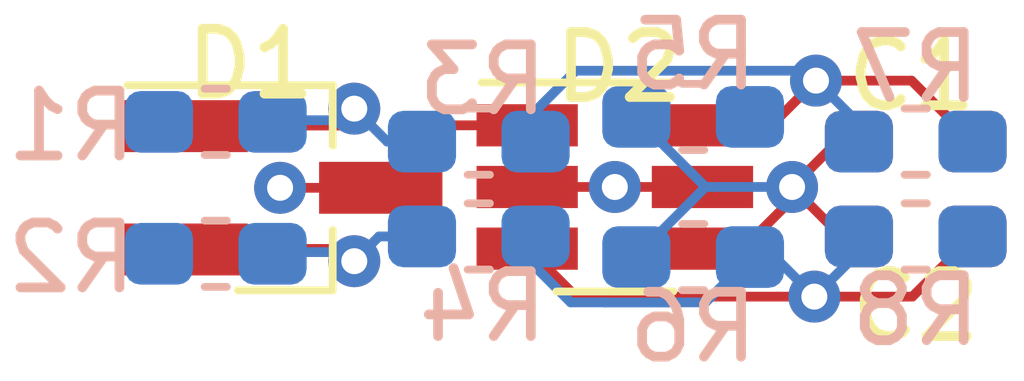
<source format=kicad_pcb>
(kicad_pcb (version 20171130) (host pcbnew 5.1.6)

  (general
    (thickness 1.6)
    (drawings 6)
    (tracks 69)
    (zones 0)
    (modules 12)
    (nets 11)
  )

  (page A4)
  (layers
    (0 F.Cu signal)
    (31 B.Cu signal)
    (32 B.Adhes user hide)
    (33 F.Adhes user hide)
    (34 B.Paste user hide)
    (35 F.Paste user hide)
    (36 B.SilkS user)
    (37 F.SilkS user hide)
    (38 B.Mask user hide)
    (39 F.Mask user hide)
    (40 Dwgs.User user hide)
    (41 Cmts.User user hide)
    (42 Eco1.User user hide)
    (43 Eco2.User user hide)
    (44 Edge.Cuts user hide)
    (45 Margin user hide)
    (46 B.CrtYd user)
    (47 F.CrtYd user)
    (48 B.Fab user hide)
    (49 F.Fab user hide)
  )

  (setup
    (last_trace_width 0.15)
    (user_trace_width 0.15)
    (user_trace_width 0.2)
    (user_trace_width 0.3)
    (user_trace_width 0.5)
    (trace_clearance 0.15)
    (zone_clearance 0.508)
    (zone_45_only no)
    (trace_min 0.15)
    (via_size 0.5)
    (via_drill 0.2)
    (via_min_size 0.4)
    (via_min_drill 0.2)
    (user_via 0.5 0.2)
    (user_via 0.6 0.3)
    (uvia_size 0.3)
    (uvia_drill 0.1)
    (uvias_allowed no)
    (uvia_min_size 0.2)
    (uvia_min_drill 0.1)
    (edge_width 0.05)
    (segment_width 0.2)
    (pcb_text_width 0.3)
    (pcb_text_size 1.5 1.5)
    (mod_edge_width 0.12)
    (mod_text_size 1 1)
    (mod_text_width 0.15)
    (pad_size 1.524 1.524)
    (pad_drill 0.762)
    (pad_to_mask_clearance 0.051)
    (solder_mask_min_width 0.25)
    (aux_axis_origin 0 0)
    (visible_elements FFFFFF7F)
    (pcbplotparams
      (layerselection 0x010fc_ffffffff)
      (usegerberextensions false)
      (usegerberattributes false)
      (usegerberadvancedattributes false)
      (creategerberjobfile false)
      (excludeedgelayer true)
      (linewidth 0.100000)
      (plotframeref false)
      (viasonmask false)
      (mode 1)
      (useauxorigin false)
      (hpglpennumber 1)
      (hpglpenspeed 20)
      (hpglpendiameter 15.000000)
      (psnegative false)
      (psa4output false)
      (plotreference true)
      (plotvalue true)
      (plotinvisibletext false)
      (padsonsilk false)
      (subtractmaskfromsilk false)
      (outputformat 1)
      (mirror false)
      (drillshape 1)
      (scaleselection 1)
      (outputdirectory ""))
  )

  (net 0 "")
  (net 1 GND)
  (net 2 "Net-(C1-Pad1)")
  (net 3 "Net-(C2-Pad1)")
  (net 4 "Net-(D1-Pad2)")
  (net 5 "Net-(D1-Pad1)")
  (net 6 /DSI1/VIO)
  (net 7 /DSI1/IN1)
  (net 8 /DSI1/IN2)
  (net 9 /DSI1/OUT1)
  (net 10 /DSI1/OUT2)

  (net_class Default "This is the default net class."
    (clearance 0.15)
    (trace_width 0.15)
    (via_dia 0.5)
    (via_drill 0.2)
    (uvia_dia 0.3)
    (uvia_drill 0.1)
    (add_net /DSI1/IN1)
    (add_net /DSI1/IN2)
    (add_net /DSI1/OUT1)
    (add_net /DSI1/OUT2)
    (add_net /DSI1/VIO)
    (add_net GND)
    (add_net "Net-(C1-Pad1)")
    (add_net "Net-(C2-Pad1)")
    (add_net "Net-(D1-Pad1)")
    (add_net "Net-(D1-Pad2)")
  )

  (module Resistor_SMD:R_0603_1608Metric_Pad1.05x0.95mm_HandSolder (layer B.Cu) (tedit 5B301BBD) (tstamp 5E9370A0)
    (at 118.3005 59.6265 180)
    (descr "Resistor SMD 0603 (1608 Metric), square (rectangular) end terminal, IPC_7351 nominal with elongated pad for handsoldering. (Body size source: http://www.tortai-tech.com/upload/download/2011102023233369053.pdf), generated with kicad-footprint-generator")
    (tags "resistor handsolder")
    (path /5E93A753/5D103A02)
    (attr smd)
    (fp_text reference R8 (at 0 -1.143 180) (layer B.SilkS)
      (effects (font (size 1 1) (thickness 0.15)) (justify mirror))
    )
    (fp_text value 1k (at 0 -1.43 180) (layer B.Fab)
      (effects (font (size 1 1) (thickness 0.15)) (justify mirror))
    )
    (fp_line (start 1.65 -0.73) (end -1.65 -0.73) (layer B.CrtYd) (width 0.05))
    (fp_line (start 1.65 0.73) (end 1.65 -0.73) (layer B.CrtYd) (width 0.05))
    (fp_line (start -1.65 0.73) (end 1.65 0.73) (layer B.CrtYd) (width 0.05))
    (fp_line (start -1.65 -0.73) (end -1.65 0.73) (layer B.CrtYd) (width 0.05))
    (fp_line (start -0.171267 -0.51) (end 0.171267 -0.51) (layer B.SilkS) (width 0.12))
    (fp_line (start -0.171267 0.51) (end 0.171267 0.51) (layer B.SilkS) (width 0.12))
    (fp_line (start 0.8 -0.4) (end -0.8 -0.4) (layer B.Fab) (width 0.1))
    (fp_line (start 0.8 0.4) (end 0.8 -0.4) (layer B.Fab) (width 0.1))
    (fp_line (start -0.8 0.4) (end 0.8 0.4) (layer B.Fab) (width 0.1))
    (fp_line (start -0.8 -0.4) (end -0.8 0.4) (layer B.Fab) (width 0.1))
    (fp_text user %R (at 0 0 180) (layer B.Fab)
      (effects (font (size 0.4 0.4) (thickness 0.06)) (justify mirror))
    )
    (pad 2 smd roundrect (at 0.875 0 180) (size 1.05 0.95) (layers B.Cu B.Paste B.Mask) (roundrect_rratio 0.25)
      (net 3 "Net-(C2-Pad1)"))
    (pad 1 smd roundrect (at -0.875 0 180) (size 1.05 0.95) (layers B.Cu B.Paste B.Mask) (roundrect_rratio 0.25)
      (net 10 /DSI1/OUT2))
    (model ${KISYS3DMOD}/Resistor_SMD.3dshapes/R_0603_1608Metric.wrl
      (at (xyz 0 0 0))
      (scale (xyz 1 1 1))
      (rotate (xyz 0 0 0))
    )
  )

  (module Resistor_SMD:R_0603_1608Metric_Pad1.05x0.95mm_HandSolder (layer B.Cu) (tedit 5B301BBD) (tstamp 5E93708F)
    (at 118.3005 58.166 180)
    (descr "Resistor SMD 0603 (1608 Metric), square (rectangular) end terminal, IPC_7351 nominal with elongated pad for handsoldering. (Body size source: http://www.tortai-tech.com/upload/download/2011102023233369053.pdf), generated with kicad-footprint-generator")
    (tags "resistor handsolder")
    (path /5E93A753/5D0FFECA)
    (attr smd)
    (fp_text reference R7 (at 0 1.143) (layer B.SilkS)
      (effects (font (size 1 1) (thickness 0.15)) (justify mirror))
    )
    (fp_text value 1k (at 0 -1.43) (layer B.Fab)
      (effects (font (size 1 1) (thickness 0.15)) (justify mirror))
    )
    (fp_line (start 1.65 -0.73) (end -1.65 -0.73) (layer B.CrtYd) (width 0.05))
    (fp_line (start 1.65 0.73) (end 1.65 -0.73) (layer B.CrtYd) (width 0.05))
    (fp_line (start -1.65 0.73) (end 1.65 0.73) (layer B.CrtYd) (width 0.05))
    (fp_line (start -1.65 -0.73) (end -1.65 0.73) (layer B.CrtYd) (width 0.05))
    (fp_line (start -0.171267 -0.51) (end 0.171267 -0.51) (layer B.SilkS) (width 0.12))
    (fp_line (start -0.171267 0.51) (end 0.171267 0.51) (layer B.SilkS) (width 0.12))
    (fp_line (start 0.8 -0.4) (end -0.8 -0.4) (layer B.Fab) (width 0.1))
    (fp_line (start 0.8 0.4) (end 0.8 -0.4) (layer B.Fab) (width 0.1))
    (fp_line (start -0.8 0.4) (end 0.8 0.4) (layer B.Fab) (width 0.1))
    (fp_line (start -0.8 -0.4) (end -0.8 0.4) (layer B.Fab) (width 0.1))
    (fp_text user %R (at 0 0) (layer B.Fab)
      (effects (font (size 0.4 0.4) (thickness 0.06)) (justify mirror))
    )
    (pad 2 smd roundrect (at 0.875 0 180) (size 1.05 0.95) (layers B.Cu B.Paste B.Mask) (roundrect_rratio 0.25)
      (net 2 "Net-(C1-Pad1)"))
    (pad 1 smd roundrect (at -0.875 0 180) (size 1.05 0.95) (layers B.Cu B.Paste B.Mask) (roundrect_rratio 0.25)
      (net 9 /DSI1/OUT1))
    (model ${KISYS3DMOD}/Resistor_SMD.3dshapes/R_0603_1608Metric.wrl
      (at (xyz 0 0 0))
      (scale (xyz 1 1 1))
      (rotate (xyz 0 0 0))
    )
  )

  (module Resistor_SMD:R_0603_1608Metric_Pad1.05x0.95mm_HandSolder (layer B.Cu) (tedit 5B301BBD) (tstamp 5E9382A6)
    (at 114.8715 59.944 180)
    (descr "Resistor SMD 0603 (1608 Metric), square (rectangular) end terminal, IPC_7351 nominal with elongated pad for handsoldering. (Body size source: http://www.tortai-tech.com/upload/download/2011102023233369053.pdf), generated with kicad-footprint-generator")
    (tags "resistor handsolder")
    (path /5E93A753/5D1039ED)
    (attr smd)
    (fp_text reference R6 (at 0 -1.0795) (layer B.SilkS)
      (effects (font (size 1 1) (thickness 0.15)) (justify mirror))
    )
    (fp_text value 3.9k (at 0 -1.43) (layer B.Fab)
      (effects (font (size 1 1) (thickness 0.15)) (justify mirror))
    )
    (fp_line (start 1.65 -0.73) (end -1.65 -0.73) (layer B.CrtYd) (width 0.05))
    (fp_line (start 1.65 0.73) (end 1.65 -0.73) (layer B.CrtYd) (width 0.05))
    (fp_line (start -1.65 0.73) (end 1.65 0.73) (layer B.CrtYd) (width 0.05))
    (fp_line (start -1.65 -0.73) (end -1.65 0.73) (layer B.CrtYd) (width 0.05))
    (fp_line (start -0.171267 -0.51) (end 0.171267 -0.51) (layer B.SilkS) (width 0.12))
    (fp_line (start -0.171267 0.51) (end 0.171267 0.51) (layer B.SilkS) (width 0.12))
    (fp_line (start 0.8 -0.4) (end -0.8 -0.4) (layer B.Fab) (width 0.1))
    (fp_line (start 0.8 0.4) (end 0.8 -0.4) (layer B.Fab) (width 0.1))
    (fp_line (start -0.8 0.4) (end 0.8 0.4) (layer B.Fab) (width 0.1))
    (fp_line (start -0.8 -0.4) (end -0.8 0.4) (layer B.Fab) (width 0.1))
    (fp_text user %R (at 0 0) (layer B.Fab)
      (effects (font (size 0.4 0.4) (thickness 0.06)) (justify mirror))
    )
    (pad 2 smd roundrect (at 0.875 0 180) (size 1.05 0.95) (layers B.Cu B.Paste B.Mask) (roundrect_rratio 0.25)
      (net 1 GND))
    (pad 1 smd roundrect (at -0.875 0 180) (size 1.05 0.95) (layers B.Cu B.Paste B.Mask) (roundrect_rratio 0.25)
      (net 3 "Net-(C2-Pad1)"))
    (model ${KISYS3DMOD}/Resistor_SMD.3dshapes/R_0603_1608Metric.wrl
      (at (xyz 0 0 0))
      (scale (xyz 1 1 1))
      (rotate (xyz 0 0 0))
    )
  )

  (module Resistor_SMD:R_0603_1608Metric_Pad1.05x0.95mm_HandSolder (layer B.Cu) (tedit 5B301BBD) (tstamp 5E93706D)
    (at 114.8715 57.785 180)
    (descr "Resistor SMD 0603 (1608 Metric), square (rectangular) end terminal, IPC_7351 nominal with elongated pad for handsoldering. (Body size source: http://www.tortai-tech.com/upload/download/2011102023233369053.pdf), generated with kicad-footprint-generator")
    (tags "resistor handsolder")
    (path /5E93A753/5D0FFD41)
    (attr smd)
    (fp_text reference R5 (at 0 0.9525) (layer B.SilkS)
      (effects (font (size 1 1) (thickness 0.15)) (justify mirror))
    )
    (fp_text value 3.9k (at 0 -1.43) (layer B.Fab)
      (effects (font (size 1 1) (thickness 0.15)) (justify mirror))
    )
    (fp_line (start 1.65 -0.73) (end -1.65 -0.73) (layer B.CrtYd) (width 0.05))
    (fp_line (start 1.65 0.73) (end 1.65 -0.73) (layer B.CrtYd) (width 0.05))
    (fp_line (start -1.65 0.73) (end 1.65 0.73) (layer B.CrtYd) (width 0.05))
    (fp_line (start -1.65 -0.73) (end -1.65 0.73) (layer B.CrtYd) (width 0.05))
    (fp_line (start -0.171267 -0.51) (end 0.171267 -0.51) (layer B.SilkS) (width 0.12))
    (fp_line (start -0.171267 0.51) (end 0.171267 0.51) (layer B.SilkS) (width 0.12))
    (fp_line (start 0.8 -0.4) (end -0.8 -0.4) (layer B.Fab) (width 0.1))
    (fp_line (start 0.8 0.4) (end 0.8 -0.4) (layer B.Fab) (width 0.1))
    (fp_line (start -0.8 0.4) (end 0.8 0.4) (layer B.Fab) (width 0.1))
    (fp_line (start -0.8 -0.4) (end -0.8 0.4) (layer B.Fab) (width 0.1))
    (fp_text user %R (at 0 0) (layer B.Fab)
      (effects (font (size 0.4 0.4) (thickness 0.06)) (justify mirror))
    )
    (pad 2 smd roundrect (at 0.875 0 180) (size 1.05 0.95) (layers B.Cu B.Paste B.Mask) (roundrect_rratio 0.25)
      (net 1 GND))
    (pad 1 smd roundrect (at -0.875 0 180) (size 1.05 0.95) (layers B.Cu B.Paste B.Mask) (roundrect_rratio 0.25)
      (net 2 "Net-(C1-Pad1)"))
    (model ${KISYS3DMOD}/Resistor_SMD.3dshapes/R_0603_1608Metric.wrl
      (at (xyz 0 0 0))
      (scale (xyz 1 1 1))
      (rotate (xyz 0 0 0))
    )
  )

  (module Resistor_SMD:R_0603_1608Metric_Pad1.05x0.95mm_HandSolder (layer B.Cu) (tedit 5B301BBD) (tstamp 5E93705C)
    (at 111.5695 59.6265 180)
    (descr "Resistor SMD 0603 (1608 Metric), square (rectangular) end terminal, IPC_7351 nominal with elongated pad for handsoldering. (Body size source: http://www.tortai-tech.com/upload/download/2011102023233369053.pdf), generated with kicad-footprint-generator")
    (tags "resistor handsolder")
    (path /5E93A753/5D1039FB)
    (attr smd)
    (fp_text reference R4 (at -0.0635 -1.0795) (layer B.SilkS)
      (effects (font (size 1 1) (thickness 0.15)) (justify mirror))
    )
    (fp_text value 10k (at 0 -1.43) (layer B.Fab)
      (effects (font (size 1 1) (thickness 0.15)) (justify mirror))
    )
    (fp_line (start 1.65 -0.73) (end -1.65 -0.73) (layer B.CrtYd) (width 0.05))
    (fp_line (start 1.65 0.73) (end 1.65 -0.73) (layer B.CrtYd) (width 0.05))
    (fp_line (start -1.65 0.73) (end 1.65 0.73) (layer B.CrtYd) (width 0.05))
    (fp_line (start -1.65 -0.73) (end -1.65 0.73) (layer B.CrtYd) (width 0.05))
    (fp_line (start -0.171267 -0.51) (end 0.171267 -0.51) (layer B.SilkS) (width 0.12))
    (fp_line (start -0.171267 0.51) (end 0.171267 0.51) (layer B.SilkS) (width 0.12))
    (fp_line (start 0.8 -0.4) (end -0.8 -0.4) (layer B.Fab) (width 0.1))
    (fp_line (start 0.8 0.4) (end 0.8 -0.4) (layer B.Fab) (width 0.1))
    (fp_line (start -0.8 0.4) (end 0.8 0.4) (layer B.Fab) (width 0.1))
    (fp_line (start -0.8 -0.4) (end -0.8 0.4) (layer B.Fab) (width 0.1))
    (fp_text user %R (at 0 0) (layer B.Fab)
      (effects (font (size 0.4 0.4) (thickness 0.06)) (justify mirror))
    )
    (pad 2 smd roundrect (at 0.875 0 180) (size 1.05 0.95) (layers B.Cu B.Paste B.Mask) (roundrect_rratio 0.25)
      (net 4 "Net-(D1-Pad2)"))
    (pad 1 smd roundrect (at -0.875 0 180) (size 1.05 0.95) (layers B.Cu B.Paste B.Mask) (roundrect_rratio 0.25)
      (net 3 "Net-(C2-Pad1)"))
    (model ${KISYS3DMOD}/Resistor_SMD.3dshapes/R_0603_1608Metric.wrl
      (at (xyz 0 0 0))
      (scale (xyz 1 1 1))
      (rotate (xyz 0 0 0))
    )
  )

  (module Resistor_SMD:R_0603_1608Metric_Pad1.05x0.95mm_HandSolder (layer B.Cu) (tedit 5B301BBD) (tstamp 5E9375E9)
    (at 111.5695 58.166 180)
    (descr "Resistor SMD 0603 (1608 Metric), square (rectangular) end terminal, IPC_7351 nominal with elongated pad for handsoldering. (Body size source: http://www.tortai-tech.com/upload/download/2011102023233369053.pdf), generated with kicad-footprint-generator")
    (tags "resistor handsolder")
    (path /5E93A753/5D0FFE42)
    (attr smd)
    (fp_text reference R3 (at -0.0635 0.9525) (layer B.SilkS)
      (effects (font (size 1 1) (thickness 0.15)) (justify mirror))
    )
    (fp_text value 10k (at 0 -1.43) (layer B.Fab)
      (effects (font (size 1 1) (thickness 0.15)) (justify mirror))
    )
    (fp_line (start 1.65 -0.73) (end -1.65 -0.73) (layer B.CrtYd) (width 0.05))
    (fp_line (start 1.65 0.73) (end 1.65 -0.73) (layer B.CrtYd) (width 0.05))
    (fp_line (start -1.65 0.73) (end 1.65 0.73) (layer B.CrtYd) (width 0.05))
    (fp_line (start -1.65 -0.73) (end -1.65 0.73) (layer B.CrtYd) (width 0.05))
    (fp_line (start -0.171267 -0.51) (end 0.171267 -0.51) (layer B.SilkS) (width 0.12))
    (fp_line (start -0.171267 0.51) (end 0.171267 0.51) (layer B.SilkS) (width 0.12))
    (fp_line (start 0.8 -0.4) (end -0.8 -0.4) (layer B.Fab) (width 0.1))
    (fp_line (start 0.8 0.4) (end 0.8 -0.4) (layer B.Fab) (width 0.1))
    (fp_line (start -0.8 0.4) (end 0.8 0.4) (layer B.Fab) (width 0.1))
    (fp_line (start -0.8 -0.4) (end -0.8 0.4) (layer B.Fab) (width 0.1))
    (fp_text user %R (at 0 0) (layer B.Fab)
      (effects (font (size 0.4 0.4) (thickness 0.06)) (justify mirror))
    )
    (pad 2 smd roundrect (at 0.875 0 180) (size 1.05 0.95) (layers B.Cu B.Paste B.Mask) (roundrect_rratio 0.25)
      (net 5 "Net-(D1-Pad1)"))
    (pad 1 smd roundrect (at -0.875 0 180) (size 1.05 0.95) (layers B.Cu B.Paste B.Mask) (roundrect_rratio 0.25)
      (net 2 "Net-(C1-Pad1)"))
    (model ${KISYS3DMOD}/Resistor_SMD.3dshapes/R_0603_1608Metric.wrl
      (at (xyz 0 0 0))
      (scale (xyz 1 1 1))
      (rotate (xyz 0 0 0))
    )
  )

  (module Resistor_SMD:R_0603_1608Metric_Pad1.05x0.95mm_HandSolder (layer B.Cu) (tedit 5B301BBD) (tstamp 5E93795E)
    (at 107.5182 59.8932)
    (descr "Resistor SMD 0603 (1608 Metric), square (rectangular) end terminal, IPC_7351 nominal with elongated pad for handsoldering. (Body size source: http://www.tortai-tech.com/upload/download/2011102023233369053.pdf), generated with kicad-footprint-generator")
    (tags "resistor handsolder")
    (path /5E93A753/5D1039F4)
    (attr smd)
    (fp_text reference R2 (at -2.2225 0.0635) (layer B.SilkS)
      (effects (font (size 1 1) (thickness 0.15)) (justify mirror))
    )
    (fp_text value 100R (at 0 -1.43) (layer B.Fab)
      (effects (font (size 1 1) (thickness 0.15)) (justify mirror))
    )
    (fp_line (start 1.65 -0.73) (end -1.65 -0.73) (layer B.CrtYd) (width 0.05))
    (fp_line (start 1.65 0.73) (end 1.65 -0.73) (layer B.CrtYd) (width 0.05))
    (fp_line (start -1.65 0.73) (end 1.65 0.73) (layer B.CrtYd) (width 0.05))
    (fp_line (start -1.65 -0.73) (end -1.65 0.73) (layer B.CrtYd) (width 0.05))
    (fp_line (start -0.171267 -0.51) (end 0.171267 -0.51) (layer B.SilkS) (width 0.12))
    (fp_line (start -0.171267 0.51) (end 0.171267 0.51) (layer B.SilkS) (width 0.12))
    (fp_line (start 0.8 -0.4) (end -0.8 -0.4) (layer B.Fab) (width 0.1))
    (fp_line (start 0.8 0.4) (end 0.8 -0.4) (layer B.Fab) (width 0.1))
    (fp_line (start -0.8 0.4) (end 0.8 0.4) (layer B.Fab) (width 0.1))
    (fp_line (start -0.8 -0.4) (end -0.8 0.4) (layer B.Fab) (width 0.1))
    (fp_text user %R (at 0 0) (layer B.Fab)
      (effects (font (size 0.4 0.4) (thickness 0.06)) (justify mirror))
    )
    (pad 2 smd roundrect (at 0.875 0) (size 1.05 0.95) (layers B.Cu B.Paste B.Mask) (roundrect_rratio 0.25)
      (net 4 "Net-(D1-Pad2)"))
    (pad 1 smd roundrect (at -0.875 0) (size 1.05 0.95) (layers B.Cu B.Paste B.Mask) (roundrect_rratio 0.25)
      (net 8 /DSI1/IN2))
    (model ${KISYS3DMOD}/Resistor_SMD.3dshapes/R_0603_1608Metric.wrl
      (at (xyz 0 0 0))
      (scale (xyz 1 1 1))
      (rotate (xyz 0 0 0))
    )
  )

  (module Resistor_SMD:R_0603_1608Metric_Pad1.05x0.95mm_HandSolder (layer B.Cu) (tedit 5B301BBD) (tstamp 5E9375C4)
    (at 107.5182 57.8612)
    (descr "Resistor SMD 0603 (1608 Metric), square (rectangular) end terminal, IPC_7351 nominal with elongated pad for handsoldering. (Body size source: http://www.tortai-tech.com/upload/download/2011102023233369053.pdf), generated with kicad-footprint-generator")
    (tags "resistor handsolder")
    (path /5E93A753/5D0FFDAB)
    (attr smd)
    (fp_text reference R1 (at -2.2225 0.0635) (layer B.SilkS)
      (effects (font (size 1 1) (thickness 0.15)) (justify mirror))
    )
    (fp_text value 100R (at 0 -1.43) (layer B.Fab)
      (effects (font (size 1 1) (thickness 0.15)) (justify mirror))
    )
    (fp_line (start 1.65 -0.73) (end -1.65 -0.73) (layer B.CrtYd) (width 0.05))
    (fp_line (start 1.65 0.73) (end 1.65 -0.73) (layer B.CrtYd) (width 0.05))
    (fp_line (start -1.65 0.73) (end 1.65 0.73) (layer B.CrtYd) (width 0.05))
    (fp_line (start -1.65 -0.73) (end -1.65 0.73) (layer B.CrtYd) (width 0.05))
    (fp_line (start -0.171267 -0.51) (end 0.171267 -0.51) (layer B.SilkS) (width 0.12))
    (fp_line (start -0.171267 0.51) (end 0.171267 0.51) (layer B.SilkS) (width 0.12))
    (fp_line (start 0.8 -0.4) (end -0.8 -0.4) (layer B.Fab) (width 0.1))
    (fp_line (start 0.8 0.4) (end 0.8 -0.4) (layer B.Fab) (width 0.1))
    (fp_line (start -0.8 0.4) (end 0.8 0.4) (layer B.Fab) (width 0.1))
    (fp_line (start -0.8 -0.4) (end -0.8 0.4) (layer B.Fab) (width 0.1))
    (fp_text user %R (at 0 0) (layer B.Fab)
      (effects (font (size 0.4 0.4) (thickness 0.06)) (justify mirror))
    )
    (pad 2 smd roundrect (at 0.875 0) (size 1.05 0.95) (layers B.Cu B.Paste B.Mask) (roundrect_rratio 0.25)
      (net 5 "Net-(D1-Pad1)"))
    (pad 1 smd roundrect (at -0.875 0) (size 1.05 0.95) (layers B.Cu B.Paste B.Mask) (roundrect_rratio 0.25)
      (net 7 /DSI1/IN1))
    (model ${KISYS3DMOD}/Resistor_SMD.3dshapes/R_0603_1608Metric.wrl
      (at (xyz 0 0 0))
      (scale (xyz 1 1 1))
      (rotate (xyz 0 0 0))
    )
  )

  (module Package_TO_SOT_SMD:SOT-23-6_Handsoldering (layer F.Cu) (tedit 5A02FF57) (tstamp 5E938143)
    (at 113.665 58.8645)
    (descr "6-pin SOT-23 package, Handsoldering")
    (tags "SOT-23-6 Handsoldering")
    (path /5E93A753/5E94704E)
    (attr smd)
    (fp_text reference D2 (at 0.0635 -1.8415) (layer F.SilkS)
      (effects (font (size 1 1) (thickness 0.15)))
    )
    (fp_text value D_Schottky_double_x2_Serial_A1K1C2A2K2C1 (at 0 2.9) (layer F.Fab)
      (effects (font (size 1 1) (thickness 0.15)))
    )
    (fp_line (start 0.9 -1.55) (end 0.9 1.55) (layer F.Fab) (width 0.1))
    (fp_line (start 0.9 1.55) (end -0.9 1.55) (layer F.Fab) (width 0.1))
    (fp_line (start -0.9 -0.9) (end -0.9 1.55) (layer F.Fab) (width 0.1))
    (fp_line (start 0.9 -1.55) (end -0.25 -1.55) (layer F.Fab) (width 0.1))
    (fp_line (start -0.9 -0.9) (end -0.25 -1.55) (layer F.Fab) (width 0.1))
    (fp_line (start -2.4 -1.8) (end 2.4 -1.8) (layer F.CrtYd) (width 0.05))
    (fp_line (start 2.4 -1.8) (end 2.4 1.8) (layer F.CrtYd) (width 0.05))
    (fp_line (start 2.4 1.8) (end -2.4 1.8) (layer F.CrtYd) (width 0.05))
    (fp_line (start -2.4 1.8) (end -2.4 -1.8) (layer F.CrtYd) (width 0.05))
    (fp_line (start 0.9 -1.61) (end -2.05 -1.61) (layer F.SilkS) (width 0.12))
    (fp_line (start -0.9 1.61) (end 0.9 1.61) (layer F.SilkS) (width 0.12))
    (fp_text user %R (at 0 0 90) (layer F.Fab)
      (effects (font (size 0.5 0.5) (thickness 0.075)))
    )
    (pad 5 smd rect (at 1.35 0) (size 1.56 0.65) (layers F.Cu F.Paste F.Mask)
      (net 6 /DSI1/VIO))
    (pad 6 smd rect (at 1.35 -0.95) (size 1.56 0.65) (layers F.Cu F.Paste F.Mask)
      (net 2 "Net-(C1-Pad1)"))
    (pad 4 smd rect (at 1.35 0.95) (size 1.56 0.65) (layers F.Cu F.Paste F.Mask)
      (net 1 GND))
    (pad 3 smd rect (at -1.35 0.95) (size 1.56 0.65) (layers F.Cu F.Paste F.Mask)
      (net 3 "Net-(C2-Pad1)"))
    (pad 2 smd rect (at -1.35 0) (size 1.56 0.65) (layers F.Cu F.Paste F.Mask)
      (net 6 /DSI1/VIO))
    (pad 1 smd rect (at -1.35 -0.95) (size 1.56 0.65) (layers F.Cu F.Paste F.Mask)
      (net 1 GND))
    (model ${KISYS3DMOD}/Package_TO_SOT_SMD.3dshapes/SOT-23-6.wrl
      (at (xyz 0 0 0))
      (scale (xyz 1 1 1))
      (rotate (xyz 0 0 0))
    )
  )

  (module Package_TO_SOT_SMD:SOT-23_Handsoldering (layer F.Cu) (tedit 5A0AB76C) (tstamp 5EE26429)
    (at 108.5596 58.8772)
    (descr "SOT-23, Handsoldering")
    (tags SOT-23)
    (path /5E93A753/5E951DEB)
    (attr smd)
    (fp_text reference D1 (at -0.5055 -1.905) (layer F.SilkS)
      (effects (font (size 1 1) (thickness 0.15)))
    )
    (fp_text value MMBZ12V (at 0 2.5) (layer F.Fab)
      (effects (font (size 1 1) (thickness 0.15)))
    )
    (fp_line (start 0.76 1.58) (end -0.7 1.58) (layer F.SilkS) (width 0.12))
    (fp_line (start -0.7 1.52) (end 0.7 1.52) (layer F.Fab) (width 0.1))
    (fp_line (start 0.7 -1.52) (end 0.7 1.52) (layer F.Fab) (width 0.1))
    (fp_line (start -0.7 -0.95) (end -0.15 -1.52) (layer F.Fab) (width 0.1))
    (fp_line (start -0.15 -1.52) (end 0.7 -1.52) (layer F.Fab) (width 0.1))
    (fp_line (start -0.7 -0.95) (end -0.7 1.5) (layer F.Fab) (width 0.1))
    (fp_line (start 0.76 -1.58) (end -2.4 -1.58) (layer F.SilkS) (width 0.12))
    (fp_line (start -2.7 1.75) (end -2.7 -1.75) (layer F.CrtYd) (width 0.05))
    (fp_line (start 2.7 1.75) (end -2.7 1.75) (layer F.CrtYd) (width 0.05))
    (fp_line (start 2.7 -1.75) (end 2.7 1.75) (layer F.CrtYd) (width 0.05))
    (fp_line (start -2.7 -1.75) (end 2.7 -1.75) (layer F.CrtYd) (width 0.05))
    (fp_line (start 0.76 -1.58) (end 0.76 -0.65) (layer F.SilkS) (width 0.12))
    (fp_line (start 0.76 1.58) (end 0.76 0.65) (layer F.SilkS) (width 0.12))
    (fp_text user %R (at 0 0 90) (layer F.Fab)
      (effects (font (size 0.5 0.5) (thickness 0.075)))
    )
    (pad 3 smd rect (at 1.5 0) (size 1.9 0.8) (layers F.Cu F.Paste F.Mask)
      (net 1 GND))
    (pad 2 smd rect (at -1.5 0.95) (size 1.9 0.8) (layers F.Cu F.Paste F.Mask)
      (net 4 "Net-(D1-Pad2)"))
    (pad 1 smd rect (at -1.5 -0.95) (size 1.9 0.8) (layers F.Cu F.Paste F.Mask)
      (net 5 "Net-(D1-Pad1)"))
    (model ${KISYS3DMOD}/Package_TO_SOT_SMD.3dshapes/SOT-23.wrl
      (at (xyz 0 0 0))
      (scale (xyz 1 1 1))
      (rotate (xyz 0 0 0))
    )
  )

  (module Capacitor_SMD:C_0603_1608Metric_Pad1.05x0.95mm_HandSolder (layer F.Cu) (tedit 5B301BBE) (tstamp 5E938755)
    (at 118.3005 59.6265 180)
    (descr "Capacitor SMD 0603 (1608 Metric), square (rectangular) end terminal, IPC_7351 nominal with elongated pad for handsoldering. (Body size source: http://www.tortai-tech.com/upload/download/2011102023233369053.pdf), generated with kicad-footprint-generator")
    (tags "capacitor handsolder")
    (path /5E93A753/5E967D61)
    (attr smd)
    (fp_text reference C2 (at 0 -1.0795) (layer F.SilkS)
      (effects (font (size 1 1) (thickness 0.15)))
    )
    (fp_text value 47nF (at 0 1.43) (layer F.Fab)
      (effects (font (size 1 1) (thickness 0.15)))
    )
    (fp_line (start 1.65 0.73) (end -1.65 0.73) (layer F.CrtYd) (width 0.05))
    (fp_line (start 1.65 -0.73) (end 1.65 0.73) (layer F.CrtYd) (width 0.05))
    (fp_line (start -1.65 -0.73) (end 1.65 -0.73) (layer F.CrtYd) (width 0.05))
    (fp_line (start -1.65 0.73) (end -1.65 -0.73) (layer F.CrtYd) (width 0.05))
    (fp_line (start -0.171267 0.51) (end 0.171267 0.51) (layer F.SilkS) (width 0.12))
    (fp_line (start -0.171267 -0.51) (end 0.171267 -0.51) (layer F.SilkS) (width 0.12))
    (fp_line (start 0.8 0.4) (end -0.8 0.4) (layer F.Fab) (width 0.1))
    (fp_line (start 0.8 -0.4) (end 0.8 0.4) (layer F.Fab) (width 0.1))
    (fp_line (start -0.8 -0.4) (end 0.8 -0.4) (layer F.Fab) (width 0.1))
    (fp_line (start -0.8 0.4) (end -0.8 -0.4) (layer F.Fab) (width 0.1))
    (fp_text user %R (at 0 0) (layer F.Fab)
      (effects (font (size 0.4 0.4) (thickness 0.06)))
    )
    (pad 2 smd roundrect (at 0.875 0 180) (size 1.05 0.95) (layers F.Cu F.Paste F.Mask) (roundrect_rratio 0.25)
      (net 1 GND))
    (pad 1 smd roundrect (at -0.875 0 180) (size 1.05 0.95) (layers F.Cu F.Paste F.Mask) (roundrect_rratio 0.25)
      (net 3 "Net-(C2-Pad1)"))
    (model ${KISYS3DMOD}/Capacitor_SMD.3dshapes/C_0603_1608Metric.wrl
      (at (xyz 0 0 0))
      (scale (xyz 1 1 1))
      (rotate (xyz 0 0 0))
    )
  )

  (module Capacitor_SMD:C_0603_1608Metric_Pad1.05x0.95mm_HandSolder (layer F.Cu) (tedit 5B301BBE) (tstamp 5E936FDC)
    (at 118.3005 58.166 180)
    (descr "Capacitor SMD 0603 (1608 Metric), square (rectangular) end terminal, IPC_7351 nominal with elongated pad for handsoldering. (Body size source: http://www.tortai-tech.com/upload/download/2011102023233369053.pdf), generated with kicad-footprint-generator")
    (tags "capacitor handsolder")
    (path /5E93A753/5E95CD13)
    (attr smd)
    (fp_text reference C1 (at 0.0635 1.016) (layer F.SilkS)
      (effects (font (size 1 1) (thickness 0.15)))
    )
    (fp_text value 47nF (at 0 1.43) (layer F.Fab)
      (effects (font (size 1 1) (thickness 0.15)))
    )
    (fp_line (start 1.65 0.73) (end -1.65 0.73) (layer F.CrtYd) (width 0.05))
    (fp_line (start 1.65 -0.73) (end 1.65 0.73) (layer F.CrtYd) (width 0.05))
    (fp_line (start -1.65 -0.73) (end 1.65 -0.73) (layer F.CrtYd) (width 0.05))
    (fp_line (start -1.65 0.73) (end -1.65 -0.73) (layer F.CrtYd) (width 0.05))
    (fp_line (start -0.171267 0.51) (end 0.171267 0.51) (layer F.SilkS) (width 0.12))
    (fp_line (start -0.171267 -0.51) (end 0.171267 -0.51) (layer F.SilkS) (width 0.12))
    (fp_line (start 0.8 0.4) (end -0.8 0.4) (layer F.Fab) (width 0.1))
    (fp_line (start 0.8 -0.4) (end 0.8 0.4) (layer F.Fab) (width 0.1))
    (fp_line (start -0.8 -0.4) (end 0.8 -0.4) (layer F.Fab) (width 0.1))
    (fp_line (start -0.8 0.4) (end -0.8 -0.4) (layer F.Fab) (width 0.1))
    (fp_text user %R (at 0 0) (layer F.Fab)
      (effects (font (size 0.4 0.4) (thickness 0.06)))
    )
    (pad 2 smd roundrect (at 0.875 0 180) (size 1.05 0.95) (layers F.Cu F.Paste F.Mask) (roundrect_rratio 0.25)
      (net 1 GND))
    (pad 1 smd roundrect (at -0.875 0 180) (size 1.05 0.95) (layers F.Cu F.Paste F.Mask) (roundrect_rratio 0.25)
      (net 2 "Net-(C1-Pad1)"))
    (model ${KISYS3DMOD}/Capacitor_SMD.3dshapes/C_0603_1608Metric.wrl
      (at (xyz 0 0 0))
      (scale (xyz 1 1 1))
      (rotate (xyz 0 0 0))
    )
  )

  (dimension 4.572 (width 0.15) (layer Dwgs.User)
    (gr_text "4,572 mm" (at 122.9025 58.8645 90) (layer Dwgs.User)
      (effects (font (size 1 1) (thickness 0.15)))
    )
    (feature1 (pts (xy 120.015 56.5785) (xy 122.188921 56.5785)))
    (feature2 (pts (xy 120.015 61.1505) (xy 122.188921 61.1505)))
    (crossbar (pts (xy 121.6025 61.1505) (xy 121.6025 56.5785)))
    (arrow1a (pts (xy 121.6025 56.5785) (xy 122.188921 57.705004)))
    (arrow1b (pts (xy 121.6025 56.5785) (xy 121.016079 57.705004)))
    (arrow2a (pts (xy 121.6025 61.1505) (xy 122.188921 60.023996)))
    (arrow2b (pts (xy 121.6025 61.1505) (xy 121.016079 60.023996)))
  )
  (dimension 15.240132 (width 0.15) (layer Dwgs.User)
    (gr_text "15,240 mm" (at 112.382175 53.532292 0.2387310331) (layer Dwgs.User)
      (effects (font (size 1 1) (thickness 0.15)))
    )
    (feature1 (pts (xy 104.775 56.642) (xy 104.765148 54.277616)))
    (feature2 (pts (xy 120.015 56.5785) (xy 120.005148 54.214116)))
    (crossbar (pts (xy 120.007592 54.800531) (xy 104.767592 54.864031)))
    (arrow1a (pts (xy 104.767592 54.864031) (xy 105.891643 54.272922)))
    (arrow1b (pts (xy 104.767592 54.864031) (xy 105.896529 55.445753)))
    (arrow2a (pts (xy 120.007592 54.800531) (xy 118.878655 54.218809)))
    (arrow2b (pts (xy 120.007592 54.800531) (xy 118.883541 55.39164)))
  )
  (gr_line (start 104.775 56.5785) (end 120.015 56.5785) (layer Dwgs.User) (width 0.15) (tstamp 5E93732A))
  (gr_line (start 104.775 61.1505) (end 104.775 56.5785) (layer Dwgs.User) (width 0.15))
  (gr_line (start 120.015 61.1505) (end 104.775 61.1505) (layer Dwgs.User) (width 0.15))
  (gr_line (start 120.015 56.5785) (end 120.015 61.1505) (layer Dwgs.User) (width 0.15))

  (via (at 116.3955 58.8645) (size 0.8) (drill 0.4) (layers F.Cu B.Cu) (net 1) (status 1000000))
  (segment (start 117.094 58.166) (end 116.3955 58.8645) (width 0.15) (layer F.Cu) (net 1))
  (segment (start 117.4115 58.166) (end 117.1575 58.166) (width 0.15) (layer F.Cu) (net 1))
  (segment (start 117.1575 59.6265) (end 116.3955 58.8645) (width 0.15) (layer F.Cu) (net 1))
  (segment (start 117.4255 59.6265) (end 117.221 59.6265) (width 0.15) (layer F.Cu) (net 1))
  (segment (start 110.9828 57.9145) (end 110.0328 58.8645) (width 0.15) (layer F.Cu) (net 1))
  (segment (start 116.3955 58.8645) (end 115.062 58.8645) (width 0.15) (layer B.Cu) (net 1))
  (segment (start 115.062 58.8645) (end 113.9825 57.785) (width 0.15) (layer B.Cu) (net 1))
  (segment (start 113.9965 59.93) (end 115.062 58.8645) (width 0.15) (layer B.Cu) (net 1))
  (segment (start 113.9965 59.944) (end 113.9965 59.93) (width 0.15) (layer B.Cu) (net 1))
  (via (at 108.5088 58.8772) (size 0.8) (drill 0.4) (layers F.Cu B.Cu) (net 1))
  (segment (start 116.3955 59.055) (end 116.3955 58.8645) (width 0.15) (layer F.Cu) (net 1))
  (segment (start 115.015 59.8145) (end 115.636 59.8145) (width 0.15) (layer F.Cu) (net 1))
  (segment (start 115.636 59.8145) (end 116.3955 59.055) (width 0.15) (layer F.Cu) (net 1))
  (segment (start 112.315 57.9145) (end 110.9828 57.9145) (width 0.15) (layer F.Cu) (net 1))
  (segment (start 110.0611 58.8772) (end 110.0698 58.8685) (width 0.15) (layer F.Cu) (net 1))
  (segment (start 108.5088 58.8645) (end 108.5215 58.8772) (width 0.15) (layer F.Cu) (net 1))
  (segment (start 108.5215 58.8772) (end 110.0611 58.8772) (width 0.15) (layer F.Cu) (net 1))
  (via (at 116.7638 57.2262) (size 0.8) (drill 0.4) (layers F.Cu B.Cu) (net 2))
  (segment (start 117.4115 57.8739) (end 116.7638 57.2262) (width 0.15) (layer B.Cu) (net 2))
  (segment (start 117.4115 58.166) (end 117.4115 57.8739) (width 0.15) (layer B.Cu) (net 2))
  (segment (start 116.0755 57.9145) (end 116.7638 57.2262) (width 0.15) (layer F.Cu) (net 2))
  (segment (start 118.2357 57.2262) (end 116.7638 57.2262) (width 0.15) (layer F.Cu) (net 2))
  (segment (start 115.015 57.9145) (end 116.0755 57.9145) (width 0.15) (layer F.Cu) (net 2))
  (segment (start 119.1755 58.166) (end 118.2357 57.2262) (width 0.15) (layer F.Cu) (net 2))
  (segment (start 113.0617 57.0738) (end 116.6114 57.0738) (width 0.15) (layer B.Cu) (net 2))
  (segment (start 116.6114 57.0738) (end 116.7638 57.2262) (width 0.15) (layer B.Cu) (net 2))
  (segment (start 112.4445 58.166) (end 112.4445 57.691) (width 0.15) (layer B.Cu) (net 2))
  (segment (start 112.4445 57.691) (end 113.0617 57.0738) (width 0.15) (layer B.Cu) (net 2))
  (via (at 116.738399 60.553599) (size 0.8) (drill 0.4) (layers F.Cu B.Cu) (net 3))
  (segment (start 115.7465 59.944) (end 116.1288 59.944) (width 0.15) (layer B.Cu) (net 3))
  (segment (start 116.172714 60.553599) (end 116.738399 60.553599) (width 0.15) (layer F.Cu) (net 3))
  (segment (start 116.1288 59.944) (end 116.738399 60.553599) (width 0.15) (layer B.Cu) (net 3))
  (segment (start 119.1755 59.6265) (end 118.248401 60.553599) (width 0.15) (layer F.Cu) (net 3))
  (segment (start 112.3315 59.817) (end 113.068099 60.553599) (width 0.15) (layer F.Cu) (net 3))
  (segment (start 118.248401 60.553599) (end 116.738399 60.553599) (width 0.15) (layer F.Cu) (net 3))
  (segment (start 113.068099 60.553599) (end 116.172714 60.553599) (width 0.15) (layer F.Cu) (net 3))
  (segment (start 116.738401 60.553599) (end 116.738399 60.553599) (width 0.15) (layer B.Cu) (net 3))
  (segment (start 117.4255 59.6265) (end 117.4255 59.8665) (width 0.15) (layer B.Cu) (net 3))
  (segment (start 117.4255 59.8665) (end 116.738401 60.553599) (width 0.15) (layer B.Cu) (net 3))
  (segment (start 115.06202 60.64248) (end 115.7605 59.944) (width 0.15) (layer B.Cu) (net 3))
  (segment (start 114.47711 60.64248) (end 115.06202 60.64248) (width 0.15) (layer B.Cu) (net 3))
  (segment (start 114.47558 60.64401) (end 114.47711 60.64248) (width 0.15) (layer B.Cu) (net 3))
  (segment (start 112.4445 60.1015) (end 112.98548 60.64248) (width 0.15) (layer B.Cu) (net 3))
  (segment (start 112.4445 59.6265) (end 112.4445 60.1015) (width 0.15) (layer B.Cu) (net 3))
  (segment (start 113.51742 60.64401) (end 114.47558 60.64401) (width 0.15) (layer B.Cu) (net 3))
  (segment (start 112.98548 60.64248) (end 113.51589 60.64248) (width 0.15) (layer B.Cu) (net 3))
  (segment (start 113.51589 60.64248) (end 113.51742 60.64401) (width 0.15) (layer B.Cu) (net 3))
  (via (at 109.6518 60.0075) (size 0.8) (drill 0.4) (layers F.Cu B.Cu) (net 4))
  (segment (start 107.0698 59.8185) (end 109.4628 59.8185) (width 0.15) (layer F.Cu) (net 4))
  (segment (start 109.4628 59.8185) (end 109.6518 60.0075) (width 0.15) (layer F.Cu) (net 4))
  (segment (start 110.0328 59.6265) (end 109.6518 60.0075) (width 0.15) (layer B.Cu) (net 4))
  (segment (start 110.8723 59.6265) (end 110.0328 59.6265) (width 0.15) (layer B.Cu) (net 4))
  (segment (start 108.3945 59.8678) (end 108.3818 59.8805) (width 0.15) (layer B.Cu) (net 4))
  (segment (start 109.6518 60.0075) (end 109.5121 59.8678) (width 0.15) (layer B.Cu) (net 4))
  (segment (start 109.5121 59.8678) (end 108.3945 59.8678) (width 0.15) (layer B.Cu) (net 4))
  (segment (start 109.4548 57.9185) (end 107.0698 57.9185) (width 0.15) (layer F.Cu) (net 5))
  (via (at 109.6518 57.658) (size 0.8) (drill 0.4) (layers F.Cu B.Cu) (net 5))
  (segment (start 109.6518 57.658) (end 109.4548 57.9185) (width 0.15) (layer F.Cu) (net 5))
  (segment (start 110.1598 58.166) (end 109.6518 57.658) (width 0.15) (layer B.Cu) (net 5))
  (segment (start 110.8723 58.166) (end 110.1598 58.166) (width 0.15) (layer B.Cu) (net 5))
  (segment (start 108.458 57.8358) (end 108.4453 57.8485) (width 0.15) (layer B.Cu) (net 5))
  (segment (start 109.6518 57.658) (end 109.474 57.8358) (width 0.15) (layer B.Cu) (net 5))
  (segment (start 109.474 57.8358) (end 108.458 57.8358) (width 0.15) (layer B.Cu) (net 5))
  (via (at 113.665 58.8645) (size 0.8) (drill 0.4) (layers F.Cu B.Cu) (net 6))
  (segment (start 112.315 58.8645) (end 113.665 58.8645) (width 0.15) (layer F.Cu) (net 6))
  (segment (start 115.015 58.8645) (end 113.665 58.8645) (width 0.15) (layer F.Cu) (net 6))
  (segment (start 106.6673 57.8485) (end 106.4768 57.658) (width 0.15) (layer B.Cu) (net 7))
  (segment (start 106.6318 59.8805) (end 106.4413 60.071) (width 0.15) (layer B.Cu) (net 8))

)

</source>
